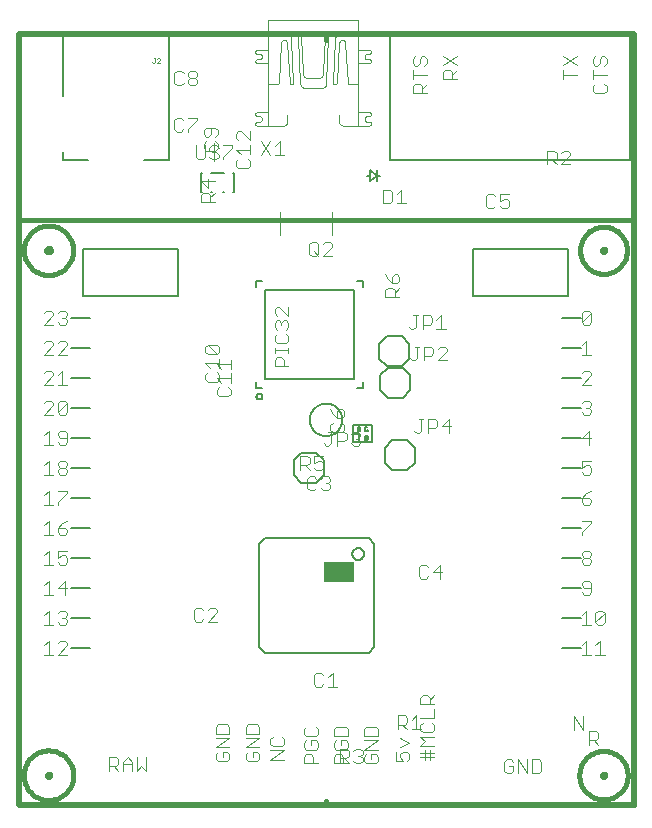
<source format=gto>
G75*
G70*
%OFA0B0*%
%FSLAX24Y24*%
%IPPOS*%
%LPD*%
%AMOC8*
5,1,8,0,0,1.08239X$1,22.5*
%
%ADD10R,0.1020X0.0660*%
%ADD11C,0.0060*%
%ADD12C,0.0080*%
%ADD13C,0.0010*%
%ADD14C,0.0040*%
%ADD15C,0.0160*%
%ADD16C,0.0050*%
%ADD17C,0.0200*%
D10*
X011474Y008180D03*
D11*
X011910Y008778D02*
X011912Y008805D01*
X011918Y008832D01*
X011927Y008858D01*
X011940Y008882D01*
X011956Y008905D01*
X011975Y008924D01*
X011997Y008941D01*
X012021Y008955D01*
X012046Y008965D01*
X012073Y008972D01*
X012100Y008975D01*
X012128Y008974D01*
X012155Y008969D01*
X012181Y008961D01*
X012205Y008949D01*
X012228Y008933D01*
X012249Y008915D01*
X012266Y008894D01*
X012281Y008870D01*
X012292Y008845D01*
X012300Y008819D01*
X012304Y008792D01*
X012304Y008764D01*
X012300Y008737D01*
X012292Y008711D01*
X012281Y008686D01*
X012266Y008662D01*
X012249Y008641D01*
X012228Y008623D01*
X012206Y008607D01*
X012181Y008595D01*
X012155Y008587D01*
X012128Y008582D01*
X012100Y008581D01*
X012073Y008584D01*
X012046Y008591D01*
X012021Y008601D01*
X011997Y008615D01*
X011975Y008632D01*
X011956Y008651D01*
X011940Y008674D01*
X011927Y008698D01*
X011918Y008724D01*
X011912Y008751D01*
X011910Y008778D01*
X012451Y009319D02*
X009007Y009319D01*
X008811Y009122D01*
X008811Y005679D01*
X009007Y005482D01*
X012451Y005482D01*
X012648Y005679D01*
X012648Y009122D01*
X012451Y009319D01*
X007977Y020847D02*
X007939Y020847D01*
X007977Y020847D02*
X007977Y021485D01*
X007939Y021485D01*
X007622Y021485D02*
X007211Y021485D01*
X006894Y021485D02*
X006857Y021485D01*
X006857Y020847D01*
X006894Y020847D01*
X007211Y020847D02*
X007248Y020847D01*
X007585Y020847D02*
X007622Y020847D01*
D12*
X005809Y021914D02*
X004982Y021914D01*
X005809Y021914D02*
X005809Y026126D01*
X002265Y026126D01*
X002265Y024040D01*
X002265Y022189D02*
X002265Y021914D01*
X003092Y021914D01*
X010214Y012150D02*
X009964Y011900D01*
X009964Y011400D01*
X010214Y011150D01*
X010714Y011150D01*
X010964Y011400D01*
X010964Y011900D01*
X010714Y012150D01*
X010214Y012150D01*
X012844Y014240D02*
X013094Y013990D01*
X013594Y013990D01*
X013844Y014240D01*
X013844Y014740D01*
X013594Y014990D01*
X013094Y014990D01*
X012844Y014740D01*
X012844Y014240D01*
X013054Y015030D02*
X012804Y015280D01*
X012804Y015780D01*
X013054Y016030D01*
X013554Y016030D01*
X013804Y015780D01*
X013804Y015280D01*
X013554Y015030D01*
X013054Y015030D01*
X013234Y012570D02*
X012984Y012320D01*
X012984Y011820D01*
X013234Y011570D01*
X013734Y011570D01*
X013984Y011820D01*
X013984Y012320D01*
X013734Y012570D01*
X013234Y012570D01*
D13*
X005495Y025153D02*
X005395Y025153D01*
X005495Y025253D01*
X005495Y025278D01*
X005470Y025303D01*
X005420Y025303D01*
X005395Y025278D01*
X005348Y025303D02*
X005297Y025303D01*
X005322Y025303D02*
X005322Y025178D01*
X005297Y025153D01*
X005272Y025153D01*
X005247Y025178D01*
D14*
X005978Y024795D02*
X005978Y024488D01*
X006054Y024411D01*
X006208Y024411D01*
X006285Y024488D01*
X006438Y024488D02*
X006438Y024564D01*
X006515Y024641D01*
X006668Y024641D01*
X006745Y024564D01*
X006745Y024488D01*
X006668Y024411D01*
X006515Y024411D01*
X006438Y024488D01*
X006515Y024641D02*
X006438Y024718D01*
X006438Y024795D01*
X006515Y024871D01*
X006668Y024871D01*
X006745Y024795D01*
X006745Y024718D01*
X006668Y024641D01*
X006285Y024795D02*
X006208Y024871D01*
X006054Y024871D01*
X005978Y024795D01*
X006050Y023314D02*
X005973Y023237D01*
X005973Y022930D01*
X006050Y022854D01*
X006204Y022854D01*
X006280Y022930D01*
X006434Y022930D02*
X006434Y022854D01*
X006434Y022930D02*
X006741Y023237D01*
X006741Y023314D01*
X006434Y023314D01*
X006280Y023237D02*
X006204Y023314D01*
X006050Y023314D01*
X006687Y022397D02*
X006687Y022013D01*
X006763Y021936D01*
X006917Y021936D01*
X006994Y022013D01*
X006994Y022397D01*
X006962Y022453D02*
X006962Y022299D01*
X007039Y022223D01*
X007346Y022223D01*
X007422Y022299D01*
X007422Y022453D01*
X007346Y022530D01*
X007300Y022474D02*
X007300Y021860D01*
X007224Y021936D02*
X007377Y021936D01*
X007454Y022013D01*
X007454Y022090D01*
X007377Y022167D01*
X007224Y022167D01*
X007147Y022243D01*
X007147Y022320D01*
X007224Y022397D01*
X007377Y022397D01*
X007454Y022320D01*
X007607Y022397D02*
X007914Y022397D01*
X007914Y022320D01*
X007607Y022013D01*
X007607Y021936D01*
X007224Y021936D02*
X007147Y022013D01*
X006962Y022453D02*
X007039Y022530D01*
X007039Y022683D02*
X007116Y022683D01*
X007192Y022760D01*
X007192Y022990D01*
X007039Y022990D02*
X006962Y022913D01*
X006962Y022760D01*
X007039Y022683D01*
X007039Y022990D02*
X007346Y022990D01*
X007422Y022913D01*
X007422Y022760D01*
X007346Y022683D01*
X008034Y022637D02*
X008110Y022561D01*
X008034Y022637D02*
X008034Y022791D01*
X008110Y022868D01*
X008187Y022868D01*
X008494Y022561D01*
X008494Y022868D01*
X008736Y023056D02*
X009106Y023056D01*
X009106Y025136D01*
X008736Y025136D01*
X008735Y025137D02*
X008722Y025138D01*
X008709Y025143D01*
X008698Y025150D01*
X008688Y025160D01*
X008681Y025171D01*
X008676Y025184D01*
X008675Y025197D01*
X008675Y025197D01*
X008677Y025212D01*
X008682Y025226D01*
X008689Y025238D01*
X008700Y025249D01*
X008712Y025256D01*
X008726Y025261D01*
X008741Y025263D01*
X008802Y025263D01*
X008819Y025265D01*
X008836Y025270D01*
X008851Y025278D01*
X008864Y025289D01*
X008875Y025302D01*
X008883Y025317D01*
X008888Y025334D01*
X008890Y025351D01*
X008890Y025352D02*
X008890Y025363D01*
X008888Y025380D01*
X008883Y025397D01*
X008875Y025412D01*
X008864Y025425D01*
X008851Y025436D01*
X008836Y025444D01*
X008819Y025449D01*
X008802Y025451D01*
X008736Y025451D01*
X008722Y025453D01*
X008710Y025457D01*
X008698Y025464D01*
X008688Y025474D01*
X008681Y025486D01*
X008677Y025498D01*
X008675Y025512D01*
X008677Y025527D01*
X008682Y025541D01*
X008689Y025553D01*
X008700Y025564D01*
X008712Y025571D01*
X008726Y025576D01*
X008741Y025578D01*
X009083Y025578D01*
X009106Y025136D02*
X009106Y026560D01*
X012102Y026560D01*
X012102Y023056D01*
X011606Y023056D01*
X011584Y023058D01*
X011562Y023063D01*
X011541Y023072D01*
X011522Y023083D01*
X011505Y023098D01*
X011490Y023115D01*
X011479Y023134D01*
X011470Y023155D01*
X011465Y023177D01*
X011463Y023199D01*
X011462Y023199D02*
X011462Y023409D01*
X012102Y023497D02*
X012472Y023497D01*
X012485Y023495D01*
X012498Y023491D01*
X012510Y023484D01*
X012520Y023474D01*
X012527Y023462D01*
X012532Y023449D01*
X012533Y023436D01*
X012533Y023436D01*
X012531Y023421D01*
X012526Y023407D01*
X012519Y023395D01*
X012508Y023384D01*
X012496Y023377D01*
X012482Y023372D01*
X012467Y023370D01*
X012406Y023370D01*
X012389Y023368D01*
X012372Y023363D01*
X012357Y023355D01*
X012344Y023344D01*
X012333Y023331D01*
X012325Y023316D01*
X012320Y023299D01*
X012318Y023282D01*
X012318Y023271D01*
X012320Y023254D01*
X012325Y023237D01*
X012333Y023222D01*
X012344Y023209D01*
X012357Y023198D01*
X012372Y023190D01*
X012389Y023185D01*
X012406Y023183D01*
X012406Y023182D02*
X012472Y023182D01*
X012472Y023183D02*
X012486Y023181D01*
X012498Y023177D01*
X012510Y023170D01*
X012520Y023160D01*
X012527Y023148D01*
X012531Y023136D01*
X012533Y023122D01*
X012531Y023107D01*
X012526Y023093D01*
X012519Y023081D01*
X012508Y023070D01*
X012496Y023063D01*
X012482Y023058D01*
X012467Y023056D01*
X012097Y023056D01*
X012080Y024430D02*
X011804Y024430D01*
X011792Y024431D01*
X011781Y024435D01*
X011771Y024442D01*
X011763Y024451D01*
X011757Y024462D01*
X011755Y024474D01*
X011666Y025815D01*
X011667Y025815D02*
X011665Y025833D01*
X011660Y025851D01*
X011651Y025867D01*
X011639Y025882D01*
X011625Y025894D01*
X011609Y025903D01*
X011591Y025909D01*
X011573Y025911D01*
X011554Y025910D01*
X011536Y025905D01*
X011520Y025897D01*
X011505Y025886D01*
X011492Y025872D01*
X011483Y025856D01*
X011476Y025839D01*
X011473Y025820D01*
X011473Y025821D02*
X011385Y024485D01*
X011383Y024471D01*
X011377Y024459D01*
X011368Y024447D01*
X011358Y024439D01*
X011345Y024433D01*
X011331Y024430D01*
X011317Y024431D01*
X011304Y024435D01*
X011292Y024442D01*
X011282Y024452D01*
X011274Y024463D01*
X011270Y024477D01*
X011269Y024491D01*
X011335Y025937D01*
X011335Y025953D01*
X011337Y025975D01*
X011342Y025996D01*
X011350Y026016D01*
X011361Y026034D01*
X011375Y026051D01*
X011392Y026065D01*
X011410Y026076D01*
X011430Y026084D01*
X011451Y026089D01*
X011473Y026091D01*
X012080Y026091D01*
X012102Y025578D02*
X012472Y025578D01*
X012472Y025577D02*
X012485Y025576D01*
X012498Y025571D01*
X012509Y025564D01*
X012519Y025554D01*
X012526Y025543D01*
X012531Y025530D01*
X012532Y025517D01*
X012533Y025517D02*
X012533Y025517D01*
X012531Y025502D01*
X012526Y025488D01*
X012519Y025476D01*
X012508Y025465D01*
X012496Y025458D01*
X012482Y025453D01*
X012467Y025451D01*
X012406Y025451D01*
X012389Y025449D01*
X012372Y025444D01*
X012357Y025436D01*
X012344Y025425D01*
X012333Y025412D01*
X012325Y025397D01*
X012320Y025380D01*
X012318Y025363D01*
X012318Y025352D01*
X012318Y025351D02*
X012320Y025334D01*
X012325Y025317D01*
X012333Y025302D01*
X012344Y025289D01*
X012357Y025278D01*
X012372Y025270D01*
X012389Y025265D01*
X012406Y025263D01*
X012472Y025263D01*
X012472Y025264D02*
X012486Y025262D01*
X012498Y025258D01*
X012510Y025251D01*
X012520Y025241D01*
X012527Y025229D01*
X012531Y025217D01*
X012533Y025203D01*
X012531Y025188D01*
X012526Y025174D01*
X012519Y025162D01*
X012508Y025151D01*
X012496Y025144D01*
X012482Y025139D01*
X012467Y025137D01*
X012467Y025136D02*
X012125Y025136D01*
X010943Y024811D02*
X011010Y026036D01*
X011009Y026036D02*
X011012Y026049D01*
X011018Y026062D01*
X011027Y026072D01*
X011038Y026080D01*
X011051Y026085D01*
X011065Y026086D01*
X011078Y026083D01*
X011091Y026077D01*
X011101Y026068D01*
X011109Y026057D01*
X011114Y026044D01*
X011115Y026030D01*
X011032Y024446D01*
X011030Y024425D01*
X011025Y024405D01*
X011017Y024386D01*
X011007Y024368D01*
X010993Y024352D01*
X010977Y024338D01*
X010959Y024328D01*
X010940Y024320D01*
X010920Y024315D01*
X010899Y024313D01*
X010899Y024314D02*
X010320Y024314D01*
X010320Y024313D02*
X010297Y024315D01*
X010276Y024320D01*
X010255Y024329D01*
X010235Y024341D01*
X010218Y024355D01*
X010204Y024372D01*
X010192Y024392D01*
X010183Y024413D01*
X010178Y024434D01*
X010176Y024457D01*
X010093Y026030D01*
X010094Y026031D02*
X010096Y026044D01*
X010102Y026057D01*
X010111Y026068D01*
X010122Y026076D01*
X010135Y026081D01*
X010149Y026083D01*
X010163Y026081D01*
X010176Y026076D01*
X010187Y026068D01*
X010196Y026057D01*
X010202Y026044D01*
X010204Y026031D01*
X010204Y026030D02*
X010259Y024833D01*
X010259Y024805D01*
X010261Y024781D01*
X010266Y024758D01*
X010274Y024736D01*
X010285Y024715D01*
X010300Y024696D01*
X010316Y024680D01*
X010335Y024665D01*
X010356Y024654D01*
X010378Y024646D01*
X010401Y024641D01*
X010425Y024639D01*
X010425Y024640D02*
X010772Y024640D01*
X010796Y024642D01*
X010820Y024647D01*
X010843Y024655D01*
X010864Y024667D01*
X010884Y024682D01*
X010901Y024699D01*
X010916Y024719D01*
X010928Y024740D01*
X010936Y024763D01*
X010941Y024787D01*
X010943Y024811D01*
X009939Y024491D02*
X009873Y025937D01*
X009873Y025953D01*
X009871Y025975D01*
X009866Y025996D01*
X009858Y026016D01*
X009847Y026034D01*
X009833Y026051D01*
X009816Y026065D01*
X009798Y026076D01*
X009778Y026084D01*
X009757Y026089D01*
X009735Y026091D01*
X009128Y026091D01*
X009541Y025815D02*
X009453Y024474D01*
X009451Y024462D01*
X009445Y024451D01*
X009437Y024442D01*
X009427Y024435D01*
X009416Y024431D01*
X009404Y024430D01*
X009128Y024430D01*
X009823Y024485D02*
X009735Y025821D01*
X009735Y025820D02*
X009732Y025839D01*
X009725Y025856D01*
X009716Y025872D01*
X009703Y025886D01*
X009688Y025897D01*
X009672Y025905D01*
X009654Y025910D01*
X009635Y025911D01*
X009617Y025909D01*
X009599Y025903D01*
X009583Y025894D01*
X009569Y025882D01*
X009557Y025867D01*
X009548Y025851D01*
X009543Y025833D01*
X009541Y025815D01*
X009823Y024485D02*
X009825Y024471D01*
X009831Y024459D01*
X009840Y024447D01*
X009850Y024439D01*
X009863Y024433D01*
X009877Y024430D01*
X009891Y024431D01*
X009904Y024435D01*
X009916Y024442D01*
X009926Y024452D01*
X009934Y024463D01*
X009938Y024477D01*
X009939Y024491D01*
X009746Y023425D02*
X009746Y023194D01*
X009744Y023172D01*
X009739Y023151D01*
X009731Y023131D01*
X009720Y023113D01*
X009706Y023096D01*
X009689Y023082D01*
X009671Y023071D01*
X009651Y023063D01*
X009630Y023058D01*
X009608Y023056D01*
X009106Y023056D01*
X008890Y023271D02*
X008890Y023282D01*
X008888Y023299D01*
X008883Y023316D01*
X008875Y023331D01*
X008864Y023344D01*
X008851Y023355D01*
X008836Y023363D01*
X008819Y023368D01*
X008802Y023370D01*
X008736Y023370D01*
X008722Y023372D01*
X008710Y023376D01*
X008698Y023383D01*
X008688Y023393D01*
X008681Y023405D01*
X008677Y023417D01*
X008675Y023431D01*
X008677Y023446D01*
X008682Y023460D01*
X008689Y023472D01*
X008700Y023483D01*
X008712Y023490D01*
X008726Y023495D01*
X008741Y023497D01*
X009083Y023497D01*
X008890Y023271D02*
X008888Y023254D01*
X008883Y023237D01*
X008875Y023222D01*
X008864Y023209D01*
X008851Y023198D01*
X008836Y023190D01*
X008819Y023185D01*
X008802Y023183D01*
X008802Y023182D02*
X008741Y023182D01*
X008726Y023180D01*
X008712Y023175D01*
X008700Y023168D01*
X008689Y023157D01*
X008682Y023145D01*
X008677Y023131D01*
X008675Y023116D01*
X008675Y023116D01*
X008676Y023103D01*
X008681Y023090D01*
X008688Y023078D01*
X008698Y023068D01*
X008710Y023061D01*
X008723Y023056D01*
X008736Y023055D01*
X008874Y022540D02*
X009181Y022080D01*
X009334Y022080D02*
X009641Y022080D01*
X009488Y022080D02*
X009488Y022540D01*
X009334Y022387D01*
X009181Y022540D02*
X008874Y022080D01*
X008494Y022100D02*
X008494Y022407D01*
X008494Y022254D02*
X008034Y022254D01*
X008187Y022100D01*
X008110Y021947D02*
X008034Y021870D01*
X008034Y021717D01*
X008110Y021640D01*
X008417Y021640D01*
X008494Y021717D01*
X008494Y021870D01*
X008417Y021947D01*
X007318Y021209D02*
X006857Y021209D01*
X007088Y020979D01*
X007088Y021286D01*
X007088Y020825D02*
X007164Y020749D01*
X007164Y020519D01*
X007164Y020672D02*
X007318Y020825D01*
X007088Y020825D02*
X006934Y020825D01*
X006857Y020749D01*
X006857Y020519D01*
X007318Y020519D01*
X009508Y020164D02*
X009508Y019416D01*
X010473Y019094D02*
X010473Y018787D01*
X010550Y018710D01*
X010704Y018710D01*
X010780Y018787D01*
X010780Y019094D01*
X010704Y019170D01*
X010550Y019170D01*
X010473Y019094D01*
X010627Y018863D02*
X010780Y018710D01*
X010934Y018710D02*
X011241Y019017D01*
X011241Y019094D01*
X011164Y019170D01*
X011010Y019170D01*
X010934Y019094D01*
X010934Y018710D02*
X011241Y018710D01*
X011240Y019416D02*
X011240Y020164D01*
X012923Y020460D02*
X013154Y020460D01*
X013230Y020537D01*
X013230Y020844D01*
X013154Y020920D01*
X012923Y020920D01*
X012923Y020460D01*
X013384Y020460D02*
X013691Y020460D01*
X013537Y020460D02*
X013537Y020920D01*
X013384Y020767D01*
X013399Y018103D02*
X013323Y018103D01*
X013246Y018026D01*
X013246Y017796D01*
X013399Y017796D01*
X013476Y017873D01*
X013476Y018026D01*
X013399Y018103D01*
X013092Y017950D02*
X013246Y017796D01*
X013246Y017643D02*
X013323Y017566D01*
X013323Y017336D01*
X013476Y017336D02*
X013016Y017336D01*
X013016Y017566D01*
X013092Y017643D01*
X013246Y017643D01*
X013323Y017489D02*
X013476Y017643D01*
X013092Y017950D02*
X013016Y018103D01*
X013948Y016730D02*
X014101Y016730D01*
X014024Y016730D02*
X014024Y016347D01*
X013948Y016270D01*
X013871Y016270D01*
X013794Y016347D01*
X013988Y015690D02*
X014141Y015690D01*
X014064Y015690D02*
X014064Y015307D01*
X013988Y015230D01*
X013911Y015230D01*
X013834Y015307D01*
X014294Y015383D02*
X014525Y015383D01*
X014601Y015460D01*
X014601Y015614D01*
X014525Y015690D01*
X014294Y015690D01*
X014294Y015230D01*
X014755Y015230D02*
X015062Y015537D01*
X015062Y015614D01*
X014985Y015690D01*
X014831Y015690D01*
X014755Y015614D01*
X014755Y015230D02*
X015062Y015230D01*
X015022Y016270D02*
X014715Y016270D01*
X014868Y016270D02*
X014868Y016730D01*
X014715Y016577D01*
X014561Y016654D02*
X014485Y016730D01*
X014254Y016730D01*
X014254Y016270D01*
X014254Y016423D02*
X014485Y016423D01*
X014561Y016500D01*
X014561Y016654D01*
X014665Y013270D02*
X014434Y013270D01*
X014434Y012810D01*
X014434Y012963D02*
X014665Y012963D01*
X014741Y013040D01*
X014741Y013194D01*
X014665Y013270D01*
X014895Y013040D02*
X015202Y013040D01*
X015125Y012810D02*
X015125Y013270D01*
X014895Y013040D01*
X014281Y013270D02*
X014128Y013270D01*
X014204Y013270D02*
X014204Y012887D01*
X014128Y012810D01*
X014051Y012810D01*
X013974Y012887D01*
X012182Y012774D02*
X012182Y012697D01*
X012105Y012620D01*
X012182Y012543D01*
X012182Y012467D01*
X012105Y012390D01*
X011951Y012390D01*
X011875Y012467D01*
X012028Y012620D02*
X012105Y012620D01*
X012182Y012774D02*
X012105Y012850D01*
X011951Y012850D01*
X011875Y012774D01*
X011721Y012774D02*
X011645Y012850D01*
X011414Y012850D01*
X011414Y012390D01*
X011414Y012543D02*
X011645Y012543D01*
X011721Y012620D01*
X011721Y012774D01*
X011634Y012916D02*
X011634Y013069D01*
X011557Y013146D01*
X011557Y013300D02*
X011634Y013376D01*
X011634Y013530D01*
X011557Y013606D01*
X011481Y013606D01*
X011404Y013530D01*
X011404Y013300D01*
X011557Y013300D01*
X011404Y013300D02*
X011250Y013453D01*
X011174Y013606D01*
X011250Y013146D02*
X011174Y013069D01*
X011174Y012916D01*
X011250Y012839D01*
X011557Y012839D01*
X011634Y012916D01*
X011261Y012850D02*
X011108Y012850D01*
X011184Y012850D02*
X011184Y012467D01*
X011108Y012390D01*
X011031Y012390D01*
X010954Y012467D01*
X010945Y012036D02*
X010638Y012036D01*
X010638Y011806D01*
X010791Y011883D01*
X010868Y011883D01*
X010945Y011806D01*
X010945Y011653D01*
X010868Y011576D01*
X010714Y011576D01*
X010638Y011653D01*
X010484Y011576D02*
X010331Y011729D01*
X010408Y011729D02*
X010177Y011729D01*
X010177Y011576D02*
X010177Y012036D01*
X010408Y012036D01*
X010484Y011960D01*
X010484Y011806D01*
X010408Y011729D01*
X010485Y011368D02*
X010408Y011291D01*
X010408Y010984D01*
X010485Y010908D01*
X010638Y010908D01*
X010715Y010984D01*
X010868Y010984D02*
X010945Y010908D01*
X011099Y010908D01*
X011175Y010984D01*
X011175Y011061D01*
X011099Y011138D01*
X011022Y011138D01*
X011099Y011138D02*
X011175Y011214D01*
X011175Y011291D01*
X011099Y011368D01*
X010945Y011368D01*
X010868Y011291D01*
X010715Y011291D02*
X010638Y011368D01*
X010485Y011368D01*
X007777Y014028D02*
X007854Y014105D01*
X007854Y014259D01*
X007777Y014335D01*
X007854Y014489D02*
X007854Y014796D01*
X007854Y014949D02*
X007854Y015256D01*
X007854Y015103D02*
X007393Y015103D01*
X007547Y014949D01*
X007470Y014982D02*
X007470Y015289D01*
X007470Y015136D02*
X007009Y015136D01*
X007163Y014982D01*
X007086Y014829D02*
X007009Y014752D01*
X007009Y014599D01*
X007086Y014522D01*
X007393Y014522D01*
X007470Y014599D01*
X007470Y014752D01*
X007393Y014829D01*
X007393Y014642D02*
X007854Y014642D01*
X007547Y014489D02*
X007393Y014642D01*
X007470Y014335D02*
X007393Y014259D01*
X007393Y014105D01*
X007470Y014028D01*
X007777Y014028D01*
X007393Y015443D02*
X007086Y015443D01*
X007009Y015519D01*
X007009Y015673D01*
X007086Y015749D01*
X007393Y015443D01*
X007470Y015519D01*
X007470Y015673D01*
X007393Y015749D01*
X007086Y015749D01*
X009318Y015643D02*
X009318Y015490D01*
X009318Y015566D02*
X009778Y015566D01*
X009778Y015490D02*
X009778Y015643D01*
X009702Y015796D02*
X009778Y015873D01*
X009778Y016027D01*
X009702Y016103D01*
X009702Y016257D02*
X009778Y016334D01*
X009778Y016487D01*
X009702Y016564D01*
X009625Y016564D01*
X009548Y016487D01*
X009548Y016410D01*
X009548Y016487D02*
X009471Y016564D01*
X009395Y016564D01*
X009318Y016487D01*
X009318Y016334D01*
X009395Y016257D01*
X009395Y016103D02*
X009318Y016027D01*
X009318Y015873D01*
X009395Y015796D01*
X009702Y015796D01*
X009548Y015336D02*
X009625Y015259D01*
X009625Y015029D01*
X009778Y015029D02*
X009318Y015029D01*
X009318Y015259D01*
X009395Y015336D01*
X009548Y015336D01*
X009395Y016717D02*
X009318Y016794D01*
X009318Y016947D01*
X009395Y017024D01*
X009471Y017024D01*
X009778Y016717D01*
X009778Y017024D01*
X013924Y024139D02*
X013924Y024369D01*
X014000Y024446D01*
X014154Y024446D01*
X014231Y024369D01*
X014231Y024139D01*
X014231Y024369D01*
X014154Y024446D01*
X014000Y024446D01*
X013924Y024369D01*
X013924Y024139D01*
X014384Y024139D01*
X013924Y024139D01*
X014231Y024292D02*
X014384Y024446D01*
X014231Y024292D01*
X014384Y024753D02*
X013924Y024753D01*
X014384Y024753D01*
X014307Y025059D02*
X014384Y025136D01*
X014384Y025290D01*
X014307Y025366D01*
X014231Y025366D01*
X014154Y025290D01*
X014154Y025136D01*
X014077Y025059D01*
X014000Y025059D01*
X013924Y025136D01*
X013924Y025290D01*
X014000Y025366D01*
X013924Y025290D01*
X013924Y025136D01*
X014000Y025059D01*
X014077Y025059D01*
X014154Y025136D01*
X014154Y025290D01*
X014231Y025366D01*
X014307Y025366D01*
X014384Y025290D01*
X014384Y025136D01*
X014307Y025059D01*
X013924Y024906D02*
X013924Y024599D01*
X013924Y024906D01*
X014924Y024829D02*
X014924Y024599D01*
X015384Y024599D01*
X015231Y024599D02*
X015231Y024829D01*
X015154Y024906D01*
X015000Y024906D01*
X014924Y024829D01*
X014924Y025060D02*
X015384Y025366D01*
X015384Y025060D02*
X014924Y025366D01*
X015384Y024906D02*
X015231Y024753D01*
X016448Y020770D02*
X016371Y020693D01*
X016371Y020386D01*
X016448Y020309D01*
X016601Y020309D01*
X016678Y020386D01*
X016831Y020386D02*
X016908Y020309D01*
X017062Y020309D01*
X017138Y020386D01*
X017138Y020539D01*
X017062Y020616D01*
X016985Y020616D01*
X016831Y020539D01*
X016831Y020770D01*
X017138Y020770D01*
X016678Y020693D02*
X016601Y020770D01*
X016448Y020770D01*
X018414Y021760D02*
X018414Y022220D01*
X018644Y022220D01*
X018721Y022144D01*
X018721Y021990D01*
X018644Y021913D01*
X018414Y021913D01*
X018568Y021913D02*
X018721Y021760D01*
X018874Y021760D02*
X019181Y022067D01*
X019181Y022144D01*
X019105Y022220D01*
X018951Y022220D01*
X018874Y022144D01*
X018874Y021760D02*
X019181Y021760D01*
X020000Y024139D02*
X020307Y024139D01*
X020384Y024215D01*
X020384Y024369D01*
X020307Y024446D01*
X020384Y024753D02*
X019924Y024753D01*
X019924Y024906D02*
X019924Y024599D01*
X020000Y024446D02*
X019924Y024369D01*
X019924Y024215D01*
X020000Y024139D01*
X019384Y024753D02*
X018924Y024753D01*
X018924Y024906D02*
X018924Y024599D01*
X018924Y025060D02*
X019384Y025366D01*
X019384Y025060D02*
X018924Y025366D01*
X019924Y025290D02*
X019924Y025136D01*
X020000Y025059D01*
X020077Y025059D01*
X020154Y025136D01*
X020154Y025290D01*
X020231Y025366D01*
X020307Y025366D01*
X020384Y025290D01*
X020384Y025136D01*
X020307Y025059D01*
X020000Y025366D02*
X019924Y025290D01*
X019784Y016880D02*
X019861Y016804D01*
X019554Y016497D01*
X019631Y016420D01*
X019784Y016420D01*
X019861Y016497D01*
X019861Y016804D01*
X019784Y016880D02*
X019631Y016880D01*
X019554Y016804D01*
X019554Y016497D01*
X019708Y015880D02*
X019708Y015420D01*
X019861Y015420D02*
X019554Y015420D01*
X019554Y015727D02*
X019708Y015880D01*
X019784Y014880D02*
X019631Y014880D01*
X019554Y014804D01*
X019784Y014880D02*
X019861Y014804D01*
X019861Y014727D01*
X019554Y014420D01*
X019861Y014420D01*
X019784Y013880D02*
X019861Y013804D01*
X019861Y013727D01*
X019784Y013650D01*
X019861Y013573D01*
X019861Y013497D01*
X019784Y013420D01*
X019631Y013420D01*
X019554Y013497D01*
X019708Y013650D02*
X019784Y013650D01*
X019784Y013880D02*
X019631Y013880D01*
X019554Y013804D01*
X019784Y012880D02*
X019554Y012650D01*
X019861Y012650D01*
X019784Y012420D02*
X019784Y012880D01*
X019861Y011880D02*
X019554Y011880D01*
X019554Y011650D01*
X019708Y011727D01*
X019784Y011727D01*
X019861Y011650D01*
X019861Y011497D01*
X019784Y011420D01*
X019631Y011420D01*
X019554Y011497D01*
X019861Y010880D02*
X019708Y010804D01*
X019554Y010650D01*
X019784Y010650D01*
X019861Y010573D01*
X019861Y010497D01*
X019784Y010420D01*
X019631Y010420D01*
X019554Y010497D01*
X019554Y010650D01*
X019554Y009880D02*
X019861Y009880D01*
X019861Y009804D01*
X019554Y009497D01*
X019554Y009420D01*
X019631Y008880D02*
X019554Y008804D01*
X019554Y008727D01*
X019631Y008650D01*
X019784Y008650D01*
X019861Y008573D01*
X019861Y008497D01*
X019784Y008420D01*
X019631Y008420D01*
X019554Y008497D01*
X019554Y008573D01*
X019631Y008650D01*
X019784Y008650D02*
X019861Y008727D01*
X019861Y008804D01*
X019784Y008880D01*
X019631Y008880D01*
X019631Y007880D02*
X019554Y007804D01*
X019554Y007727D01*
X019631Y007650D01*
X019861Y007650D01*
X019861Y007497D02*
X019784Y007420D01*
X019631Y007420D01*
X019554Y007497D01*
X019861Y007497D02*
X019861Y007804D01*
X019784Y007880D01*
X019631Y007880D01*
X019708Y006880D02*
X019554Y006727D01*
X019708Y006880D02*
X019708Y006420D01*
X019861Y006420D02*
X019554Y006420D01*
X020014Y006497D02*
X020321Y006804D01*
X020321Y006497D01*
X020245Y006420D01*
X020091Y006420D01*
X020014Y006497D01*
X020014Y006804D01*
X020091Y006880D01*
X020245Y006880D01*
X020321Y006804D01*
X020168Y005880D02*
X020168Y005420D01*
X020321Y005420D02*
X020014Y005420D01*
X019861Y005420D02*
X019554Y005420D01*
X019708Y005420D02*
X019708Y005880D01*
X019554Y005727D01*
X020014Y005727D02*
X020168Y005880D01*
X019611Y003380D02*
X019611Y002920D01*
X019304Y003380D01*
X019304Y002920D01*
X019804Y002880D02*
X019804Y002420D01*
X019804Y002573D02*
X020034Y002573D01*
X020111Y002650D01*
X020111Y002804D01*
X020034Y002880D01*
X019804Y002880D01*
X019958Y002573D02*
X020111Y002420D01*
X018201Y001854D02*
X018201Y001547D01*
X018124Y001470D01*
X017894Y001470D01*
X017894Y001930D01*
X018124Y001930D01*
X018201Y001854D01*
X017740Y001930D02*
X017740Y001470D01*
X017433Y001930D01*
X017433Y001470D01*
X017280Y001547D02*
X017280Y001700D01*
X017126Y001700D01*
X016973Y001547D02*
X017050Y001470D01*
X017203Y001470D01*
X017280Y001547D01*
X017280Y001854D02*
X017203Y001930D01*
X017050Y001930D01*
X016973Y001854D01*
X016973Y001547D01*
X014639Y001997D02*
X014179Y001997D01*
X014179Y002150D02*
X014639Y002150D01*
X014486Y002227D02*
X014486Y001920D01*
X014332Y001920D02*
X014332Y002150D01*
X014332Y002227D01*
X014179Y002380D02*
X014332Y002534D01*
X014179Y002687D01*
X014639Y002687D01*
X014562Y002841D02*
X014255Y002841D01*
X014179Y002917D01*
X014179Y003071D01*
X014255Y003148D01*
X014179Y003301D02*
X014639Y003301D01*
X014639Y003608D01*
X014639Y003761D02*
X014179Y003761D01*
X014179Y003991D01*
X014255Y004068D01*
X014409Y004068D01*
X014486Y003991D01*
X014486Y003761D01*
X014486Y003915D02*
X014639Y004068D01*
X014037Y003397D02*
X014037Y002937D01*
X013884Y002937D02*
X014191Y002937D01*
X013884Y003244D02*
X014037Y003397D01*
X013730Y003320D02*
X013730Y003167D01*
X013654Y003090D01*
X013423Y003090D01*
X013423Y002937D02*
X013423Y003397D01*
X013654Y003397D01*
X013730Y003320D01*
X013577Y003090D02*
X013730Y002937D01*
X013507Y002637D02*
X013814Y002484D01*
X013507Y002330D01*
X013584Y002177D02*
X013507Y002100D01*
X013507Y002023D01*
X013584Y001870D01*
X013354Y001870D01*
X013354Y002177D01*
X013584Y002177D02*
X013737Y002177D01*
X013814Y002100D01*
X013814Y001947D01*
X013737Y001870D01*
X014179Y002380D02*
X014639Y002380D01*
X014562Y002841D02*
X014639Y002917D01*
X014639Y003071D01*
X014562Y003148D01*
X012764Y002946D02*
X012764Y002716D01*
X012304Y002716D01*
X012304Y002946D01*
X012380Y003023D01*
X012687Y003023D01*
X012764Y002946D01*
X012764Y002562D02*
X012304Y002562D01*
X012304Y002255D02*
X012764Y002562D01*
X012764Y002255D02*
X012304Y002255D01*
X012251Y002194D02*
X012251Y002117D01*
X012174Y002040D01*
X012251Y001963D01*
X012251Y001887D01*
X012174Y001810D01*
X012020Y001810D01*
X011944Y001887D01*
X011790Y001810D02*
X011637Y001963D01*
X011611Y002025D02*
X011611Y001795D01*
X011483Y001810D02*
X011483Y002270D01*
X011714Y002270D01*
X011790Y002194D01*
X011790Y002040D01*
X011714Y001963D01*
X011483Y001963D01*
X011611Y002025D02*
X011534Y002102D01*
X011380Y002102D01*
X011304Y002025D01*
X011304Y001795D01*
X011764Y001795D01*
X011944Y002194D02*
X012020Y002270D01*
X012174Y002270D01*
X012251Y002194D01*
X012380Y002102D02*
X012304Y002025D01*
X012304Y001872D01*
X012380Y001795D01*
X012687Y001795D01*
X012764Y001872D01*
X012764Y002025D01*
X012687Y002102D01*
X012534Y002102D01*
X012534Y001948D01*
X012174Y002040D02*
X012097Y002040D01*
X011764Y002332D02*
X011764Y002485D01*
X011687Y002562D01*
X011534Y002562D01*
X011534Y002409D01*
X011380Y002562D02*
X011304Y002485D01*
X011304Y002332D01*
X011380Y002255D01*
X011687Y002255D01*
X011764Y002332D01*
X011764Y002716D02*
X011764Y002946D01*
X011687Y003023D01*
X011380Y003023D01*
X011304Y002946D01*
X011304Y002716D01*
X011764Y002716D01*
X010764Y002792D02*
X010687Y002716D01*
X010380Y002716D01*
X010304Y002792D01*
X010304Y002946D01*
X010380Y003023D01*
X010687Y003023D02*
X010764Y002946D01*
X010764Y002792D01*
X010687Y002562D02*
X010534Y002562D01*
X010534Y002409D01*
X010687Y002562D02*
X010764Y002485D01*
X010764Y002332D01*
X010687Y002255D01*
X010380Y002255D01*
X010304Y002332D01*
X010304Y002485D01*
X010380Y002562D01*
X010380Y002102D02*
X010304Y002025D01*
X010304Y001795D01*
X010764Y001795D01*
X010611Y001795D02*
X010611Y002025D01*
X010534Y002102D01*
X010380Y002102D01*
X009639Y002227D02*
X009179Y002227D01*
X009255Y002380D02*
X009562Y002380D01*
X009639Y002457D01*
X009639Y002610D01*
X009562Y002687D01*
X009639Y002227D02*
X009179Y001920D01*
X009639Y001920D01*
X009255Y002380D02*
X009179Y002457D01*
X009179Y002610D01*
X009255Y002687D01*
X008814Y002637D02*
X008354Y002637D01*
X008354Y002791D02*
X008354Y003021D01*
X008430Y003098D01*
X008737Y003098D01*
X008814Y003021D01*
X008814Y002791D01*
X008354Y002791D01*
X008354Y002330D02*
X008814Y002637D01*
X008814Y002330D02*
X008354Y002330D01*
X008430Y002177D02*
X008354Y002100D01*
X008354Y001947D01*
X008430Y001870D01*
X008737Y001870D01*
X008814Y001947D01*
X008814Y002100D01*
X008737Y002177D01*
X008584Y002177D01*
X008584Y002023D01*
X007814Y001947D02*
X007814Y002100D01*
X007737Y002177D01*
X007584Y002177D01*
X007584Y002023D01*
X007737Y001870D02*
X007430Y001870D01*
X007354Y001947D01*
X007354Y002100D01*
X007430Y002177D01*
X007354Y002330D02*
X007814Y002637D01*
X007354Y002637D01*
X007354Y002791D02*
X007354Y003021D01*
X007430Y003098D01*
X007737Y003098D01*
X007814Y003021D01*
X007814Y002791D01*
X007354Y002791D01*
X007354Y002330D02*
X007814Y002330D01*
X007814Y001947D02*
X007737Y001870D01*
X005032Y002005D02*
X005032Y001545D01*
X004878Y001698D01*
X004725Y001545D01*
X004725Y002005D01*
X004571Y001852D02*
X004571Y001545D01*
X004571Y001775D02*
X004264Y001775D01*
X004264Y001852D02*
X004418Y002005D01*
X004571Y001852D01*
X004264Y001852D02*
X004264Y001545D01*
X004111Y001545D02*
X003958Y001698D01*
X004034Y001698D02*
X003804Y001698D01*
X003804Y001545D02*
X003804Y002005D01*
X004034Y002005D01*
X004111Y001929D01*
X004111Y001775D01*
X004034Y001698D01*
X002401Y005420D02*
X002094Y005420D01*
X002401Y005727D01*
X002401Y005804D01*
X002324Y005880D01*
X002170Y005880D01*
X002094Y005804D01*
X001787Y005880D02*
X001787Y005420D01*
X001940Y005420D02*
X001633Y005420D01*
X001633Y005727D02*
X001787Y005880D01*
X001787Y006420D02*
X001787Y006880D01*
X001633Y006727D01*
X001633Y006420D02*
X001940Y006420D01*
X002094Y006497D02*
X002170Y006420D01*
X002324Y006420D01*
X002401Y006497D01*
X002401Y006573D01*
X002324Y006650D01*
X002247Y006650D01*
X002324Y006650D02*
X002401Y006727D01*
X002401Y006804D01*
X002324Y006880D01*
X002170Y006880D01*
X002094Y006804D01*
X001940Y007420D02*
X001633Y007420D01*
X001787Y007420D02*
X001787Y007880D01*
X001633Y007727D01*
X002094Y007650D02*
X002401Y007650D01*
X002324Y007420D02*
X002324Y007880D01*
X002094Y007650D01*
X002170Y008420D02*
X002094Y008497D01*
X002170Y008420D02*
X002324Y008420D01*
X002401Y008497D01*
X002401Y008650D01*
X002324Y008727D01*
X002247Y008727D01*
X002094Y008650D01*
X002094Y008880D01*
X002401Y008880D01*
X002324Y009420D02*
X002401Y009497D01*
X002401Y009573D01*
X002324Y009650D01*
X002094Y009650D01*
X002094Y009497D01*
X002170Y009420D01*
X002324Y009420D01*
X002094Y009650D02*
X002247Y009804D01*
X002401Y009880D01*
X002094Y010420D02*
X002094Y010497D01*
X002401Y010804D01*
X002401Y010880D01*
X002094Y010880D01*
X001787Y010880D02*
X001787Y010420D01*
X001940Y010420D02*
X001633Y010420D01*
X001633Y010727D02*
X001787Y010880D01*
X001787Y011420D02*
X001787Y011880D01*
X001633Y011727D01*
X001633Y011420D02*
X001940Y011420D01*
X002094Y011497D02*
X002094Y011573D01*
X002170Y011650D01*
X002324Y011650D01*
X002401Y011573D01*
X002401Y011497D01*
X002324Y011420D01*
X002170Y011420D01*
X002094Y011497D01*
X002170Y011650D02*
X002094Y011727D01*
X002094Y011804D01*
X002170Y011880D01*
X002324Y011880D01*
X002401Y011804D01*
X002401Y011727D01*
X002324Y011650D01*
X002324Y012420D02*
X002401Y012497D01*
X002401Y012804D01*
X002324Y012880D01*
X002170Y012880D01*
X002094Y012804D01*
X002094Y012727D01*
X002170Y012650D01*
X002401Y012650D01*
X002324Y012420D02*
X002170Y012420D01*
X002094Y012497D01*
X001940Y012420D02*
X001633Y012420D01*
X001787Y012420D02*
X001787Y012880D01*
X001633Y012727D01*
X001633Y013420D02*
X001940Y013727D01*
X001940Y013804D01*
X001864Y013880D01*
X001710Y013880D01*
X001633Y013804D01*
X001633Y013420D02*
X001940Y013420D01*
X002094Y013497D02*
X002401Y013804D01*
X002401Y013497D01*
X002324Y013420D01*
X002170Y013420D01*
X002094Y013497D01*
X002094Y013804D01*
X002170Y013880D01*
X002324Y013880D01*
X002401Y013804D01*
X002401Y014420D02*
X002094Y014420D01*
X002247Y014420D02*
X002247Y014880D01*
X002094Y014727D01*
X001940Y014727D02*
X001940Y014804D01*
X001864Y014880D01*
X001710Y014880D01*
X001633Y014804D01*
X001940Y014727D02*
X001633Y014420D01*
X001940Y014420D01*
X001940Y015420D02*
X001633Y015420D01*
X001940Y015727D01*
X001940Y015804D01*
X001864Y015880D01*
X001710Y015880D01*
X001633Y015804D01*
X002094Y015804D02*
X002170Y015880D01*
X002324Y015880D01*
X002401Y015804D01*
X002401Y015727D01*
X002094Y015420D01*
X002401Y015420D01*
X002324Y016420D02*
X002170Y016420D01*
X002094Y016497D01*
X001940Y016420D02*
X001633Y016420D01*
X001940Y016727D01*
X001940Y016804D01*
X001864Y016880D01*
X001710Y016880D01*
X001633Y016804D01*
X002094Y016804D02*
X002170Y016880D01*
X002324Y016880D01*
X002401Y016804D01*
X002401Y016727D01*
X002324Y016650D01*
X002401Y016573D01*
X002401Y016497D01*
X002324Y016420D01*
X002324Y016650D02*
X002247Y016650D01*
X001787Y009880D02*
X001787Y009420D01*
X001940Y009420D02*
X001633Y009420D01*
X001633Y009727D02*
X001787Y009880D01*
X001787Y008880D02*
X001633Y008727D01*
X001787Y008880D02*
X001787Y008420D01*
X001940Y008420D02*
X001633Y008420D01*
X006629Y006907D02*
X006629Y006600D01*
X006706Y006523D01*
X006859Y006523D01*
X006936Y006600D01*
X007089Y006523D02*
X007396Y006830D01*
X007396Y006907D01*
X007320Y006984D01*
X007166Y006984D01*
X007089Y006907D01*
X006936Y006907D02*
X006859Y006984D01*
X006706Y006984D01*
X006629Y006907D01*
X007089Y006523D02*
X007396Y006523D01*
X010640Y004738D02*
X010640Y004431D01*
X010716Y004354D01*
X010870Y004354D01*
X010947Y004431D01*
X011100Y004354D02*
X011407Y004354D01*
X011254Y004354D02*
X011254Y004814D01*
X011100Y004661D01*
X010947Y004738D02*
X010870Y004814D01*
X010716Y004814D01*
X010640Y004738D01*
X014136Y008031D02*
X014213Y007955D01*
X014366Y007955D01*
X014443Y008031D01*
X014597Y008185D02*
X014904Y008185D01*
X014827Y007955D02*
X014827Y008415D01*
X014597Y008185D01*
X014443Y008338D02*
X014366Y008415D01*
X014213Y008415D01*
X014136Y008338D01*
X014136Y008031D01*
D15*
X011034Y000550D02*
X011034Y000450D01*
X011034Y000400D01*
X000956Y001400D02*
X000958Y001457D01*
X000964Y001514D01*
X000974Y001570D01*
X000987Y001626D01*
X001005Y001680D01*
X001026Y001733D01*
X001051Y001785D01*
X001079Y001834D01*
X001111Y001882D01*
X001146Y001927D01*
X001184Y001970D01*
X001224Y002010D01*
X001268Y002047D01*
X001314Y002081D01*
X001362Y002112D01*
X001412Y002140D01*
X001464Y002164D01*
X001517Y002184D01*
X001572Y002200D01*
X001628Y002213D01*
X001684Y002222D01*
X001741Y002227D01*
X001798Y002228D01*
X001855Y002225D01*
X001912Y002218D01*
X001968Y002207D01*
X002024Y002193D01*
X002078Y002174D01*
X002130Y002152D01*
X002181Y002126D01*
X002231Y002097D01*
X002278Y002065D01*
X002322Y002029D01*
X002364Y001991D01*
X002404Y001949D01*
X002440Y001905D01*
X002473Y001859D01*
X002503Y001810D01*
X002530Y001759D01*
X002553Y001707D01*
X002572Y001653D01*
X002588Y001598D01*
X002600Y001542D01*
X002608Y001486D01*
X002612Y001429D01*
X002612Y001371D01*
X002608Y001314D01*
X002600Y001258D01*
X002588Y001202D01*
X002572Y001147D01*
X002553Y001093D01*
X002530Y001041D01*
X002503Y000990D01*
X002473Y000941D01*
X002440Y000895D01*
X002404Y000851D01*
X002364Y000809D01*
X002322Y000771D01*
X002278Y000735D01*
X002231Y000703D01*
X002181Y000674D01*
X002130Y000648D01*
X002078Y000626D01*
X002024Y000607D01*
X001968Y000593D01*
X001912Y000582D01*
X001855Y000575D01*
X001798Y000572D01*
X001741Y000573D01*
X001684Y000578D01*
X001628Y000587D01*
X001572Y000600D01*
X001517Y000616D01*
X001464Y000636D01*
X001412Y000660D01*
X001362Y000688D01*
X001314Y000719D01*
X001268Y000753D01*
X001224Y000790D01*
X001184Y000830D01*
X001146Y000873D01*
X001111Y000918D01*
X001079Y000966D01*
X001051Y001015D01*
X001026Y001067D01*
X001005Y001120D01*
X000987Y001174D01*
X000974Y001230D01*
X000964Y001286D01*
X000958Y001343D01*
X000956Y001400D01*
X001734Y001400D02*
X001736Y001413D01*
X001741Y001426D01*
X001750Y001437D01*
X001761Y001444D01*
X001774Y001449D01*
X001787Y001450D01*
X001801Y001447D01*
X001813Y001441D01*
X001823Y001432D01*
X001830Y001420D01*
X001834Y001407D01*
X001834Y001393D01*
X001830Y001380D01*
X001823Y001368D01*
X001813Y001359D01*
X001801Y001353D01*
X001787Y001350D01*
X001774Y001351D01*
X001761Y001356D01*
X001750Y001363D01*
X001741Y001374D01*
X001736Y001387D01*
X001734Y001400D01*
X001084Y000400D02*
X001034Y000400D01*
X001084Y000400D02*
X000784Y000400D01*
X000784Y019900D01*
X001084Y019900D01*
X001034Y019900D01*
X001084Y019900D02*
X020984Y019900D01*
X021284Y019900D01*
X021284Y000400D01*
X001084Y000400D01*
X000964Y018900D02*
X000966Y018957D01*
X000972Y019014D01*
X000982Y019070D01*
X000996Y019126D01*
X001013Y019180D01*
X001035Y019234D01*
X001060Y019285D01*
X001089Y019335D01*
X001121Y019382D01*
X001156Y019427D01*
X001194Y019470D01*
X001235Y019509D01*
X001279Y019546D01*
X001325Y019580D01*
X001374Y019610D01*
X001425Y019637D01*
X001477Y019660D01*
X001531Y019680D01*
X001586Y019696D01*
X001642Y019708D01*
X001698Y019716D01*
X001755Y019720D01*
X001813Y019720D01*
X001870Y019716D01*
X001926Y019708D01*
X001982Y019696D01*
X002037Y019680D01*
X002091Y019660D01*
X002143Y019637D01*
X002194Y019610D01*
X002243Y019580D01*
X002289Y019546D01*
X002333Y019509D01*
X002374Y019470D01*
X002412Y019427D01*
X002447Y019382D01*
X002479Y019335D01*
X002508Y019285D01*
X002533Y019234D01*
X002555Y019180D01*
X002572Y019126D01*
X002586Y019070D01*
X002596Y019014D01*
X002602Y018957D01*
X002604Y018900D01*
X002602Y018843D01*
X002596Y018786D01*
X002586Y018730D01*
X002572Y018674D01*
X002555Y018620D01*
X002533Y018566D01*
X002508Y018515D01*
X002479Y018465D01*
X002447Y018418D01*
X002412Y018373D01*
X002374Y018330D01*
X002333Y018291D01*
X002289Y018254D01*
X002243Y018220D01*
X002194Y018190D01*
X002143Y018163D01*
X002091Y018140D01*
X002037Y018120D01*
X001982Y018104D01*
X001926Y018092D01*
X001870Y018084D01*
X001813Y018080D01*
X001755Y018080D01*
X001698Y018084D01*
X001642Y018092D01*
X001586Y018104D01*
X001531Y018120D01*
X001477Y018140D01*
X001425Y018163D01*
X001374Y018190D01*
X001325Y018220D01*
X001279Y018254D01*
X001235Y018291D01*
X001194Y018330D01*
X001156Y018373D01*
X001121Y018418D01*
X001089Y018465D01*
X001060Y018515D01*
X001035Y018566D01*
X001013Y018620D01*
X000996Y018674D01*
X000982Y018730D01*
X000972Y018786D01*
X000966Y018843D01*
X000964Y018900D01*
X001713Y018900D02*
X001715Y018916D01*
X001721Y018932D01*
X001730Y018946D01*
X001742Y018957D01*
X001756Y018965D01*
X001772Y018970D01*
X001788Y018971D01*
X001804Y018968D01*
X001819Y018961D01*
X001833Y018952D01*
X001843Y018939D01*
X001851Y018924D01*
X001855Y018908D01*
X001855Y018892D01*
X001851Y018876D01*
X001843Y018861D01*
X001833Y018848D01*
X001820Y018839D01*
X001804Y018832D01*
X001788Y018829D01*
X001772Y018830D01*
X001756Y018835D01*
X001742Y018843D01*
X001730Y018854D01*
X001721Y018868D01*
X001715Y018884D01*
X001713Y018900D01*
X011034Y025900D02*
X011034Y026100D01*
X019501Y018900D02*
X019503Y018956D01*
X019509Y019011D01*
X019519Y019066D01*
X019533Y019121D01*
X019550Y019174D01*
X019572Y019225D01*
X019597Y019275D01*
X019625Y019323D01*
X019657Y019369D01*
X019692Y019413D01*
X019730Y019454D01*
X019771Y019492D01*
X019815Y019527D01*
X019861Y019559D01*
X019909Y019587D01*
X019959Y019612D01*
X020010Y019634D01*
X020063Y019651D01*
X020118Y019665D01*
X020173Y019675D01*
X020228Y019681D01*
X020284Y019683D01*
X020340Y019681D01*
X020395Y019675D01*
X020450Y019665D01*
X020505Y019651D01*
X020558Y019634D01*
X020609Y019612D01*
X020659Y019587D01*
X020707Y019559D01*
X020753Y019527D01*
X020797Y019492D01*
X020838Y019454D01*
X020876Y019413D01*
X020911Y019369D01*
X020943Y019323D01*
X020971Y019275D01*
X020996Y019225D01*
X021018Y019174D01*
X021035Y019121D01*
X021049Y019066D01*
X021059Y019011D01*
X021065Y018956D01*
X021067Y018900D01*
X021065Y018844D01*
X021059Y018789D01*
X021049Y018734D01*
X021035Y018679D01*
X021018Y018626D01*
X020996Y018575D01*
X020971Y018525D01*
X020943Y018477D01*
X020911Y018431D01*
X020876Y018387D01*
X020838Y018346D01*
X020797Y018308D01*
X020753Y018273D01*
X020707Y018241D01*
X020659Y018213D01*
X020609Y018188D01*
X020558Y018166D01*
X020505Y018149D01*
X020450Y018135D01*
X020395Y018125D01*
X020340Y018119D01*
X020284Y018117D01*
X020228Y018119D01*
X020173Y018125D01*
X020118Y018135D01*
X020063Y018149D01*
X020010Y018166D01*
X019959Y018188D01*
X019909Y018213D01*
X019861Y018241D01*
X019815Y018273D01*
X019771Y018308D01*
X019730Y018346D01*
X019692Y018387D01*
X019657Y018431D01*
X019625Y018477D01*
X019597Y018525D01*
X019572Y018575D01*
X019550Y018626D01*
X019533Y018679D01*
X019519Y018734D01*
X019509Y018789D01*
X019503Y018844D01*
X019501Y018900D01*
X020234Y018900D02*
X020236Y018913D01*
X020241Y018926D01*
X020250Y018937D01*
X020261Y018944D01*
X020274Y018949D01*
X020287Y018950D01*
X020301Y018947D01*
X020313Y018941D01*
X020323Y018932D01*
X020330Y018920D01*
X020334Y018907D01*
X020334Y018893D01*
X020330Y018880D01*
X020323Y018868D01*
X020313Y018859D01*
X020301Y018853D01*
X020287Y018850D01*
X020274Y018851D01*
X020261Y018856D01*
X020250Y018863D01*
X020241Y018874D01*
X020236Y018887D01*
X020234Y018900D01*
X020984Y019900D02*
X021034Y019900D01*
X019478Y001400D02*
X019480Y001456D01*
X019486Y001512D01*
X019496Y001568D01*
X019509Y001622D01*
X019527Y001676D01*
X019548Y001728D01*
X019572Y001778D01*
X019600Y001827D01*
X019632Y001874D01*
X019667Y001918D01*
X019704Y001960D01*
X019745Y001999D01*
X019788Y002035D01*
X019833Y002068D01*
X019881Y002098D01*
X019931Y002124D01*
X019982Y002147D01*
X020035Y002167D01*
X020089Y002182D01*
X020144Y002194D01*
X020200Y002202D01*
X020256Y002206D01*
X020312Y002206D01*
X020368Y002202D01*
X020424Y002194D01*
X020479Y002182D01*
X020533Y002167D01*
X020586Y002147D01*
X020637Y002124D01*
X020687Y002098D01*
X020735Y002068D01*
X020780Y002035D01*
X020823Y001999D01*
X020864Y001960D01*
X020901Y001918D01*
X020936Y001874D01*
X020968Y001827D01*
X020996Y001778D01*
X021020Y001728D01*
X021041Y001676D01*
X021059Y001622D01*
X021072Y001568D01*
X021082Y001512D01*
X021088Y001456D01*
X021090Y001400D01*
X021088Y001344D01*
X021082Y001288D01*
X021072Y001232D01*
X021059Y001178D01*
X021041Y001124D01*
X021020Y001072D01*
X020996Y001022D01*
X020968Y000973D01*
X020936Y000926D01*
X020901Y000882D01*
X020864Y000840D01*
X020823Y000801D01*
X020780Y000765D01*
X020735Y000732D01*
X020687Y000702D01*
X020637Y000676D01*
X020586Y000653D01*
X020533Y000633D01*
X020479Y000618D01*
X020424Y000606D01*
X020368Y000598D01*
X020312Y000594D01*
X020256Y000594D01*
X020200Y000598D01*
X020144Y000606D01*
X020089Y000618D01*
X020035Y000633D01*
X019982Y000653D01*
X019931Y000676D01*
X019881Y000702D01*
X019833Y000732D01*
X019788Y000765D01*
X019745Y000801D01*
X019704Y000840D01*
X019667Y000882D01*
X019632Y000926D01*
X019600Y000973D01*
X019572Y001022D01*
X019548Y001072D01*
X019527Y001124D01*
X019509Y001178D01*
X019496Y001232D01*
X019486Y001288D01*
X019480Y001344D01*
X019478Y001400D01*
X020234Y001400D02*
X020236Y001413D01*
X020241Y001426D01*
X020250Y001437D01*
X020261Y001444D01*
X020274Y001449D01*
X020287Y001450D01*
X020301Y001447D01*
X020313Y001441D01*
X020323Y001432D01*
X020330Y001420D01*
X020334Y001407D01*
X020334Y001393D01*
X020330Y001380D01*
X020323Y001368D01*
X020313Y001359D01*
X020301Y001353D01*
X020287Y001350D01*
X020274Y001351D01*
X020261Y001356D01*
X020250Y001363D01*
X020241Y001374D01*
X020236Y001387D01*
X020234Y001400D01*
D16*
X019534Y005650D02*
X018909Y005650D01*
X018909Y006650D02*
X019534Y006650D01*
X019534Y007650D02*
X018909Y007650D01*
X018909Y008650D02*
X019534Y008650D01*
X019534Y009650D02*
X018909Y009650D01*
X018909Y010650D02*
X019534Y010650D01*
X019534Y011650D02*
X018909Y011650D01*
X018909Y012650D02*
X019534Y012650D01*
X019534Y013650D02*
X018909Y013650D01*
X018909Y014650D02*
X019534Y014650D01*
X019534Y015650D02*
X018909Y015650D01*
X018909Y016650D02*
X019534Y016650D01*
X019099Y017382D02*
X019099Y018957D01*
X015949Y018957D01*
X015949Y017382D01*
X019099Y017382D01*
X021284Y019400D02*
X021284Y019900D01*
X021154Y021900D02*
X021154Y026100D01*
X013154Y026100D01*
X013154Y021900D01*
X021154Y021900D01*
X012845Y021390D02*
X012749Y021390D01*
X012749Y021202D01*
X012749Y021390D02*
X012749Y021577D01*
X012749Y021390D02*
X012499Y021202D01*
X012499Y021390D01*
X012403Y021390D01*
X012499Y021390D02*
X012499Y021577D01*
X012749Y021390D01*
X012259Y017864D02*
X012062Y017864D01*
X012259Y017864D02*
X012259Y017667D01*
X011964Y017568D02*
X011964Y014616D01*
X009011Y014616D01*
X009011Y017568D01*
X011964Y017568D01*
X012259Y014517D02*
X012259Y014320D01*
X012062Y014320D01*
X011944Y013090D02*
X012574Y013090D01*
X012574Y012499D01*
X012141Y012499D01*
X012141Y012775D01*
X011944Y012775D01*
X011944Y013090D01*
X012109Y013007D02*
X012169Y013007D01*
X012180Y012995D01*
X012180Y012960D01*
X012157Y012936D01*
X012180Y012913D01*
X012180Y012889D01*
X012109Y012889D02*
X012109Y013007D01*
X012322Y012984D02*
X012322Y012913D01*
X012346Y012889D01*
X012381Y012889D01*
X012417Y012925D01*
X012440Y012925D01*
X012417Y012925D02*
X012393Y012925D01*
X012417Y012925D02*
X012417Y012877D01*
X012405Y013007D02*
X012346Y013007D01*
X012322Y012984D01*
X012346Y012712D02*
X012393Y012712D01*
X012417Y012688D01*
X012357Y012629D01*
X012393Y012629D01*
X012417Y012606D01*
X012417Y012594D01*
X012381Y012558D01*
X012346Y012558D01*
X012346Y012712D01*
X012535Y012499D02*
X012141Y012499D01*
X011944Y012499D01*
X011944Y012775D01*
X010493Y013250D02*
X010495Y013296D01*
X010501Y013341D01*
X010510Y013386D01*
X010524Y013430D01*
X010541Y013473D01*
X010562Y013514D01*
X010586Y013553D01*
X010613Y013590D01*
X010643Y013624D01*
X010677Y013656D01*
X010712Y013685D01*
X010750Y013711D01*
X010790Y013733D01*
X010832Y013752D01*
X010876Y013767D01*
X010920Y013779D01*
X010965Y013787D01*
X011011Y013791D01*
X011057Y013791D01*
X011103Y013787D01*
X011148Y013779D01*
X011192Y013767D01*
X011236Y013752D01*
X011278Y013733D01*
X011318Y013711D01*
X011356Y013685D01*
X011391Y013656D01*
X011425Y013624D01*
X011455Y013590D01*
X011482Y013553D01*
X011506Y013514D01*
X011527Y013473D01*
X011544Y013430D01*
X011558Y013386D01*
X011567Y013341D01*
X011573Y013296D01*
X011575Y013250D01*
X011573Y013204D01*
X011567Y013159D01*
X011558Y013114D01*
X011544Y013070D01*
X011527Y013027D01*
X011506Y012986D01*
X011482Y012947D01*
X011455Y012910D01*
X011425Y012876D01*
X011391Y012844D01*
X011356Y012815D01*
X011318Y012789D01*
X011278Y012767D01*
X011236Y012748D01*
X011192Y012733D01*
X011148Y012721D01*
X011103Y012713D01*
X011057Y012709D01*
X011011Y012709D01*
X010965Y012713D01*
X010920Y012721D01*
X010876Y012733D01*
X010832Y012748D01*
X010790Y012767D01*
X010750Y012789D01*
X010712Y012815D01*
X010677Y012844D01*
X010643Y012876D01*
X010613Y012910D01*
X010586Y012947D01*
X010562Y012986D01*
X010541Y013027D01*
X010524Y013070D01*
X010510Y013114D01*
X010501Y013159D01*
X010495Y013204D01*
X010493Y013250D01*
X008913Y014320D02*
X008716Y014320D01*
X008716Y014517D01*
X008716Y014025D02*
X008718Y014044D01*
X008723Y014063D01*
X008733Y014079D01*
X008745Y014094D01*
X008760Y014106D01*
X008776Y014116D01*
X008795Y014121D01*
X008814Y014123D01*
X008833Y014121D01*
X008852Y014116D01*
X008868Y014106D01*
X008883Y014094D01*
X008895Y014079D01*
X008905Y014063D01*
X008910Y014044D01*
X008912Y014025D01*
X008910Y014006D01*
X008905Y013987D01*
X008895Y013971D01*
X008883Y013956D01*
X008868Y013944D01*
X008852Y013934D01*
X008833Y013929D01*
X008814Y013927D01*
X008795Y013929D01*
X008776Y013934D01*
X008760Y013944D01*
X008745Y013956D01*
X008733Y013971D01*
X008723Y013987D01*
X008718Y014006D01*
X008716Y014025D01*
X006099Y017382D02*
X006099Y018957D01*
X002949Y018957D01*
X002949Y017382D01*
X006099Y017382D01*
X008716Y017667D02*
X008716Y017864D01*
X008913Y017864D01*
X003159Y016650D02*
X002534Y016650D01*
X002534Y015650D02*
X003159Y015650D01*
X003159Y014650D02*
X002534Y014650D01*
X002534Y013650D02*
X003159Y013650D01*
X003159Y012650D02*
X002534Y012650D01*
X002534Y011650D02*
X003159Y011650D01*
X003159Y010650D02*
X002534Y010650D01*
X002534Y009650D02*
X003159Y009650D01*
X003159Y008650D02*
X002534Y008650D01*
X002534Y007650D02*
X003159Y007650D01*
X003159Y006650D02*
X002534Y006650D01*
X002534Y005650D02*
X003159Y005650D01*
X000784Y018900D02*
X000784Y019900D01*
D17*
X000784Y000400D02*
X011034Y000400D01*
X021284Y000400D01*
X021284Y013250D01*
X021284Y019400D01*
X021284Y026100D01*
X011034Y026100D01*
X000784Y026100D01*
X000784Y018900D01*
X000784Y013250D01*
X000784Y000400D01*
M02*

</source>
